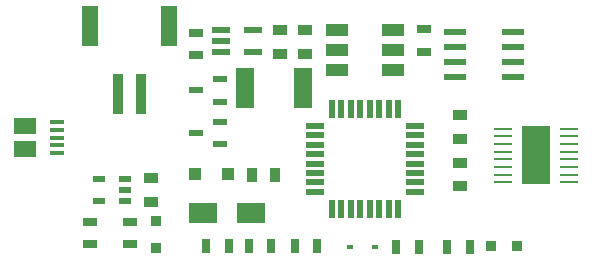
<source format=gtp>
G04 #@! TF.GenerationSoftware,KiCad,Pcbnew,(5.0.0-rc2-dev-444-g2974a2c10)*
G04 #@! TF.CreationDate,2019-10-03T16:28:08-07:00*
G04 #@! TF.ProjectId,StringCar CPy PCB,537472696E6743617220435079205043,v03*
G04 #@! TF.SameCoordinates,Original*
G04 #@! TF.FileFunction,Paste,Top*
G04 #@! TF.FilePolarity,Positive*
%FSLAX46Y46*%
G04 Gerber Fmt 4.6, Leading zero omitted, Abs format (unit mm)*
G04 Created by KiCad (PCBNEW (5.0.0-rc2-dev-444-g2974a2c10)) date 10/03/19 16:28:08*
%MOMM*%
%LPD*%
G01*
G04 APERTURE LIST*
%ADD10R,1.950000X0.550000*%
%ADD11R,0.500000X1.550000*%
%ADD12R,1.550000X0.500000*%
%ADD13R,0.950000X1.200000*%
%ADD14R,1.200000X0.950000*%
%ADD15R,0.650000X1.250000*%
%ADD16R,1.250000X0.650000*%
%ADD17R,1.850000X1.450000*%
%ADD18R,1.300000X0.350000*%
%ADD19R,1.450000X3.350000*%
%ADD20R,0.950000X3.450000*%
%ADD21R,1.950000X1.050000*%
%ADD22R,1.010000X0.600000*%
%ADD23R,1.510000X0.600000*%
%ADD24R,1.050000X1.050000*%
%ADD25R,0.950000X0.950000*%
%ADD26R,2.450000X1.750000*%
%ADD27R,1.550000X3.450000*%
%ADD28R,1.250000X0.550000*%
%ADD29R,0.550000X0.400000*%
%ADD30R,1.550000X0.250000*%
%ADD31R,2.410000X4.950000*%
G04 APERTURE END LIST*
D10*
X131850000Y-99035000D03*
X136750000Y-96495000D03*
X136750000Y-97765000D03*
X136750000Y-99035000D03*
X136750000Y-100305000D03*
X131850000Y-100305000D03*
X131850000Y-97765000D03*
X131850000Y-96495000D03*
D11*
X121400000Y-111450000D03*
X122200000Y-111450000D03*
X123000000Y-111450000D03*
X123800000Y-111450000D03*
X124600000Y-111450000D03*
X125400000Y-111450000D03*
X126200000Y-111450000D03*
X127000000Y-111450000D03*
D12*
X128450000Y-110000000D03*
X128450000Y-109200000D03*
X128450000Y-108400000D03*
X128450000Y-107600000D03*
X128450000Y-106800000D03*
X128450000Y-106000000D03*
X128450000Y-105200000D03*
X128450000Y-104400000D03*
D11*
X127000000Y-102950000D03*
X126200000Y-102950000D03*
X125400000Y-102950000D03*
X124600000Y-102950000D03*
X123800000Y-102950000D03*
X123000000Y-102950000D03*
X122200000Y-102950000D03*
X121400000Y-102950000D03*
D12*
X119950000Y-104400000D03*
X119950000Y-105200000D03*
X119950000Y-106000000D03*
X119950000Y-106800000D03*
X119950000Y-107600000D03*
X119950000Y-108400000D03*
X119950000Y-109200000D03*
X119950000Y-110000000D03*
D13*
X116600000Y-108600000D03*
X114600000Y-108600000D03*
D14*
X132234961Y-103517179D03*
X132234961Y-105517179D03*
D15*
X131177141Y-114636064D03*
X133077141Y-114636064D03*
D16*
X129200000Y-96250000D03*
X129200000Y-98150000D03*
D14*
X132234961Y-109517179D03*
X132234961Y-107517179D03*
X117008814Y-96294058D03*
X117008814Y-98294058D03*
D16*
X104272016Y-114450000D03*
X104272016Y-112550000D03*
X109900000Y-98410000D03*
X109900000Y-96510000D03*
D15*
X118250000Y-114600000D03*
X120150000Y-114600000D03*
D14*
X119152148Y-96294058D03*
X119152148Y-98294058D03*
X106100000Y-108821323D03*
X106100000Y-110821323D03*
D17*
X95408000Y-106410000D03*
D18*
X98108000Y-104760000D03*
X98108000Y-104110000D03*
X98108000Y-106710000D03*
X98108000Y-106060000D03*
X98108000Y-105410000D03*
D17*
X95408000Y-104410000D03*
D19*
X100917000Y-95931000D03*
X107617000Y-95931000D03*
D20*
X103267000Y-101681000D03*
X105267000Y-101681000D03*
D21*
X126600000Y-96300000D03*
X126600000Y-98000000D03*
X126600000Y-99700000D03*
X121800000Y-99700000D03*
X121800000Y-98000000D03*
X121800000Y-96300000D03*
D16*
X100900000Y-114450000D03*
X100900000Y-112550000D03*
D15*
X116250000Y-114600000D03*
X114350000Y-114600000D03*
D22*
X101646033Y-110771323D03*
X101646033Y-108871323D03*
X103846033Y-108871323D03*
X103846033Y-109821323D03*
X103846033Y-110771323D03*
D23*
X114728333Y-96260000D03*
X114728333Y-98160000D03*
X112028333Y-98160000D03*
X112028333Y-97210000D03*
X112028333Y-96260000D03*
D24*
X112600000Y-108500000D03*
X109800000Y-108500000D03*
D25*
X134834941Y-114600000D03*
X137095541Y-114600000D03*
X106500000Y-114768400D03*
X106500000Y-112507800D03*
D26*
X114500000Y-111800000D03*
X110500000Y-111800000D03*
D27*
X114060000Y-101200000D03*
X118940000Y-101200000D03*
D28*
X111950000Y-105950000D03*
X111950000Y-104050000D03*
X109850000Y-105000000D03*
X109850000Y-101400000D03*
X111950000Y-100450000D03*
X111950000Y-102350000D03*
D15*
X126850000Y-114700000D03*
X128750000Y-114700000D03*
X110750000Y-114600000D03*
X112650000Y-114600000D03*
D29*
X122950000Y-114700000D03*
X125050000Y-114700000D03*
D30*
X141434961Y-109192179D03*
D31*
X138634961Y-106917179D03*
D30*
X135834961Y-109192179D03*
X141434961Y-108542179D03*
X141434961Y-107892179D03*
X141434961Y-107242179D03*
X141434961Y-106592179D03*
X141434961Y-105942179D03*
X141434961Y-105292179D03*
X141434961Y-104642179D03*
X135834961Y-104642179D03*
X135834961Y-105292179D03*
X135834961Y-105942179D03*
X135834961Y-106592179D03*
X135834961Y-107242179D03*
X135834961Y-107892179D03*
X135834961Y-108542179D03*
M02*

</source>
